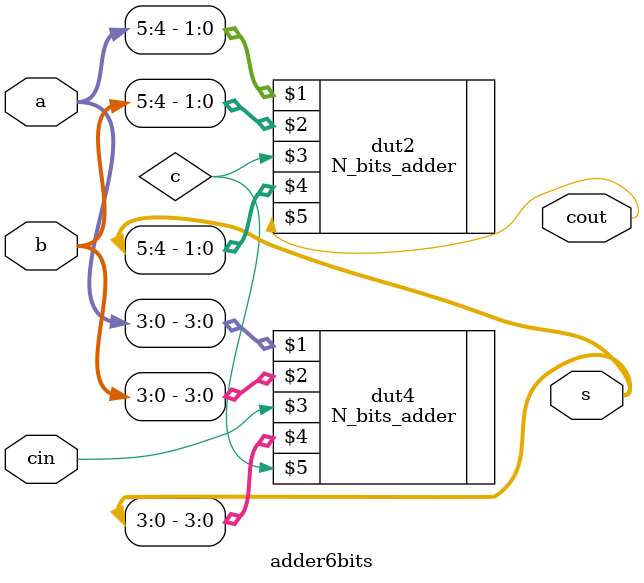
<source format=v>
`include "N_bits_adder.v"

module adder6bits(
    input [5:0] a, b,
    input cin,
    output [5:0] s,
    output cout);

    wire c;

    N_bits_adder #(4) dut4 (a[3:0], b[3:0], cin, s[3:0], c);

    defparam dut2.width = 2;
    N_bits_adder dut2 (a[5:4], b[5:4], c, s[5:4], cout);
endmodule

</source>
